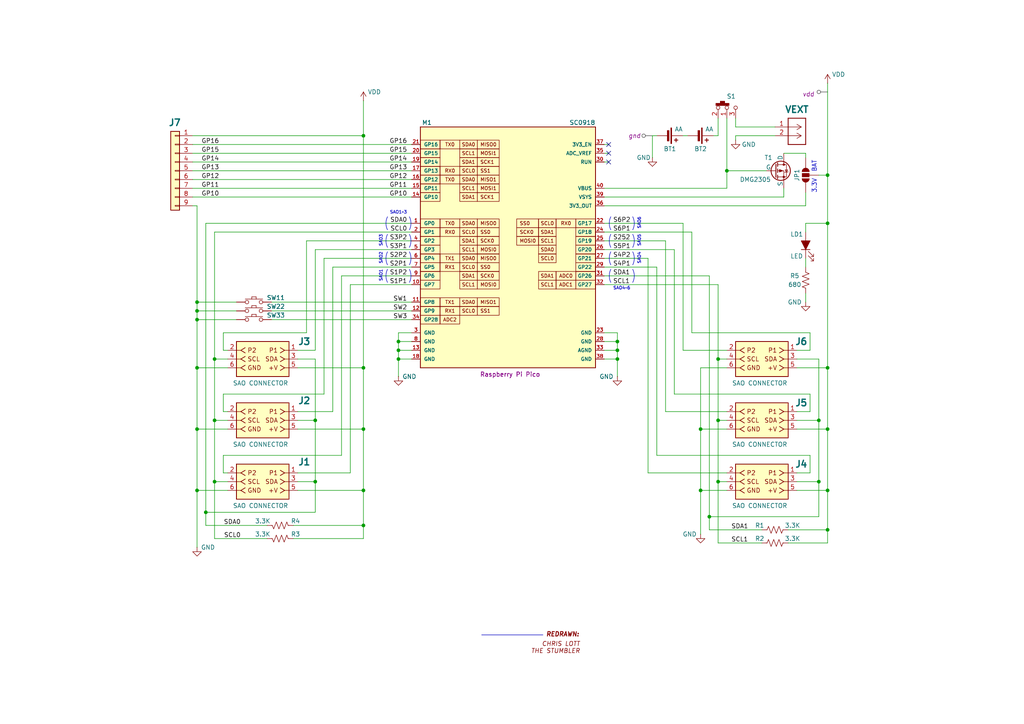
<source format=kicad_sch>
(kicad_sch (version 20231120) (generator "eeschema") (generator_version "8.0")
  (paper "A4")
  (title_block (title "SUPERCON 2024") (date "2024-10-30") (rev "A") (company "HACKADAY") (comment 1 "BADGE REDRAWN") (comment 2 "SCHEMATIC") (comment 3 "AS-IS") (comment 4 "EN") (comment 5 "5") (comment 6 "6") (comment 7 "7") (comment 8 "8") (comment 9 "9"))
  (lib_symbols
    (symbol ".badge24:Battery_Cell" (pin_numbers hide) (pin_names (offset 0) hide)
      (property "Reference" "BT" (at 2.54 2.54 0))
      (property "Value" "Battery_Cell" (at 2.54 0 0))
      (symbol "Battery_Cell_0_1"
        (rectangle (start -2.286 1.778) (end 2.286 1.524) (fill (type outline)))
        (rectangle (start -1.524 1.016) (end 1.524 0.508) (fill (type outline)))
        (polyline (pts (xy 0 0.762) (xy 0 0)))
        (polyline (pts (xy 0 1.778) (xy 0 2.54)))
        (polyline (pts (xy 0.762 3.048) (xy 1.778 3.048)) (stroke (width 0.254)))
        (polyline (pts (xy 1.27 3.556) (xy 1.27 2.54)) (stroke (width 0.254)))
      )
      (symbol "Battery_Cell_1_1"
        (pin passive line (at 0 5.08 270) (length 2.54) (name "+") (number "1"))
        (pin passive line (at 0 -2.54 90) (length 2.54) (name "-") (number "2"))
      )
    )
    (symbol ".badge24:Conn_01x09" (pin_names (offset 1.016) hide)
      (property "Reference" "J" (at 0 12.7 0))
      (property "Value" "Conn_01x09" (at 0 -12.7 0))
      (symbol "Conn_01x09_1_1"
        (rectangle (start -1.27 -10.033) (end 0 -10.287) (stroke (width 0.1524)))
        (rectangle (start -1.27 -7.493) (end 0 -7.747) (stroke (width 0.1524)))
        (rectangle (start -1.27 -4.953) (end 0 -5.207) (stroke (width 0.1524)))
        (rectangle (start -1.27 -2.413) (end 0 -2.667) (stroke (width 0.1524)))
        (rectangle (start -1.27 0.127) (end 0 -0.127) (stroke (width 0.1524)))
        (rectangle (start -1.27 2.667) (end 0 2.413) (stroke (width 0.1524)))
        (rectangle (start -1.27 5.207) (end 0 4.953) (stroke (width 0.1524)))
        (rectangle (start -1.27 7.747) (end 0 7.493) (stroke (width 0.1524)))
        (rectangle (start -1.27 10.287) (end 0 10.033) (stroke (width 0.1524)))
        (rectangle (start -1.27 11.43) (end 1.27 -11.43) (stroke (width 0.254)) (fill (type background)))
        (pin passive line (at -5.08 10.16 0) (length 3.81) (name "Pin_1") (number "1"))
        (pin passive line (at -5.08 7.62 0) (length 3.81) (name "Pin_2") (number "2"))
        (pin passive line (at -5.08 5.08 0) (length 3.81) (name "Pin_3") (number "3"))
        (pin passive line (at -5.08 2.54 0) (length 3.81) (name "Pin_4") (number "4"))
        (pin passive line (at -5.08 0 0) (length 3.81) (name "Pin_5") (number "5"))
        (pin passive line (at -5.08 -2.54 0) (length 3.81) (name "Pin_6") (number "6"))
        (pin passive line (at -5.08 -5.08 0) (length 3.81) (name "Pin_7") (number "7"))
        (pin passive line (at -5.08 -7.62 0) (length 3.81) (name "Pin_8") (number "8"))
        (pin passive line (at -5.08 -10.16 0) (length 3.81) (name "Pin_9") (number "9"))
      )
    )
    (symbol ".badge24:DMG2305" (pin_numbers hide) (pin_names (offset 0))
      (property "Reference" "Q" (at 5.08 1.905 0))
      (property "Value" "DMG2305" (at 5.08 0 0))
      (symbol "DMG2305_0_1"
        (polyline (pts (xy 0.254 0) (xy -1.27 0)))
        (polyline (pts (xy 0.254 1.905) (xy 0.254 -1.905)) (stroke (width 0.254)))
        (polyline (pts (xy 0.762 -1.27) (xy 0.762 -2.286)) (stroke (width 0.254)))
        (polyline (pts (xy 0.762 0.508) (xy 0.762 -0.508)) (stroke (width 0.254)))
        (polyline (pts (xy 0.762 2.286) (xy 0.762 1.27)) (stroke (width 0.254)))
        (polyline (pts (xy 2.54 2.54) (xy 2.54 1.778)))
        (polyline (pts (xy 2.54 -2.54) (xy 2.54 0) (xy 0.762 0)))
        (polyline (pts (xy 0.762 1.778) (xy 3.302 1.778) (xy 3.302 -1.778) (xy 0.762 -1.778)))
        (polyline (pts (xy 2.286 0) (xy 1.27 0.381) (xy 1.27 -0.381) (xy 2.286 0)) (fill (type outline)))
        (polyline (pts (xy 2.794 -0.508) (xy 2.921 -0.381) (xy 3.683 -0.381) (xy 3.81 -0.254)))
        (polyline (pts (xy 3.302 -0.381) (xy 2.921 0.254) (xy 3.683 0.254) (xy 3.302 -0.381)))
        (circle (center 1.651 0) (radius 2.794) (stroke (width 0.254)))
        (circle (center 2.54 -1.778) (radius 0.254) (fill (type outline)))
        (circle (center 2.54 1.778) (radius 0.254) (fill (type outline)))
      )
      (symbol "DMG2305_1_1"
        (pin input line (at -2.54 0 0) (length 1.27) (name "G") (number "1"))
        (pin passive line (at 2.54 -5.08 90) (length 2.54) (name "S") (number "2"))
        (pin passive line (at 2.54 5.08 270) (length 2.54) (name "D") (number "3"))
      )
    )
    (symbol ".badge24:GND" (power) (pin_numbers hide) (pin_names (offset 0) hide)
      (property "Value" "GND" (at 0 -3.81 0))
      (symbol "GND_0_1"
        (polyline (pts (xy 0 0) (xy 0 -1.27) (xy 1.27 -1.27) (xy 0 -2.54) (xy -1.27 -1.27) (xy 0 -1.27)))
      )
      (symbol "GND_1_1"
        (pin power_in line (at 0 0 270) (length 0) (name "~") (number "1"))
      )
    )
    (symbol ".badge24:IO_JACK_F2x03B_SAO" (pin_names (offset 1.016) hide)
      (property "Reference" "J" (at -5.715 8.255 0))
      (property "Value" "IO_JACK_F2x03B_SAO" (at 10.16 -3.81 0))
      (symbol "IO_JACK_F2x03B_SAO_1_1"
        (rectangle (start -7.62 7.62) (end 7.62 -2.54) (stroke (width 0.254)) (fill (type background)))
        (polyline (pts (xy -7.62 0) (xy -6.35 0)) (stroke (width 0.1524)))
        (polyline (pts (xy -7.62 2.54) (xy -6.35 2.54)) (stroke (width 0.1524)))
        (polyline (pts (xy -7.62 5.08) (xy -6.35 5.08)) (stroke (width 0.1524)))
        (polyline (pts (xy -6.35 0) (xy -5.08 -0.762)) (stroke (width 0.1524)))
        (polyline (pts (xy -6.35 0) (xy -5.08 -0.762)) (stroke (width 0.1524)))
        (polyline (pts (xy -6.35 0) (xy -5.08 0.762)) (stroke (width 0.1524)))
        (polyline (pts (xy -6.35 0) (xy -5.08 0.762)) (stroke (width 0.1524)))
        (polyline (pts (xy -6.35 2.54) (xy -5.08 1.778)) (stroke (width 0.1524)))
        (polyline (pts (xy -6.35 2.54) (xy -5.08 1.778)) (stroke (width 0.1524)))
        (polyline (pts (xy -6.35 2.54) (xy -5.08 3.302)) (stroke (width 0.1524)))
        (polyline (pts (xy -6.35 2.54) (xy -5.08 3.302)) (stroke (width 0.1524)))
        (polyline (pts (xy -6.35 5.08) (xy -5.08 4.318)) (stroke (width 0.1524)))
        (polyline (pts (xy -6.35 5.08) (xy -5.08 4.318)) (stroke (width 0.1524)))
        (polyline (pts (xy -6.35 5.08) (xy -5.08 5.842)) (stroke (width 0.1524)))
        (polyline (pts (xy -6.35 5.08) (xy -5.08 5.842)) (stroke (width 0.1524)))
        (polyline (pts (xy 6.35 0) (xy 5.08 -0.762)) (stroke (width 0.1524)))
        (polyline (pts (xy 6.35 0) (xy 5.08 -0.762)) (stroke (width 0.1524)))
        (polyline (pts (xy 6.35 0) (xy 5.08 0.762)) (stroke (width 0.1524)))
        (polyline (pts (xy 6.35 0) (xy 5.08 0.762)) (stroke (width 0.1524)))
        (polyline (pts (xy 6.35 2.54) (xy 5.08 1.778)) (stroke (width 0.1524)))
        (polyline (pts (xy 6.35 2.54) (xy 5.08 1.778)) (stroke (width 0.1524)))
        (polyline (pts (xy 6.35 2.54) (xy 5.08 3.302)) (stroke (width 0.1524)))
        (polyline (pts (xy 6.35 2.54) (xy 5.08 3.302)) (stroke (width 0.1524)))
        (polyline (pts (xy 6.35 5.08) (xy 5.08 4.318)) (stroke (width 0.1524)))
        (polyline (pts (xy 6.35 5.08) (xy 5.08 4.318)) (stroke (width 0.1524)))
        (polyline (pts (xy 6.35 5.08) (xy 5.08 5.842)) (stroke (width 0.1524)))
        (polyline (pts (xy 6.35 5.08) (xy 5.08 5.842)) (stroke (width 0.1524)))
        (polyline (pts (xy 7.62 0) (xy 6.35 0)) (stroke (width 0.1524)))
        (polyline (pts (xy 7.62 2.54) (xy 6.35 2.54)) (stroke (width 0.1524)))
        (polyline (pts (xy 7.62 5.08) (xy 6.35 5.08)) (stroke (width 0.1524)))
        (text "+V" (at -4.445 0 0) (effects (font (size 1.27 1.27)) (justify left)))
        (text "GND" (at 4.445 0 0) (effects (font (size 1.27 1.27)) (justify right)))
        (text "P1" (at -4.445 5.08 0) (effects (font (size 1.27 1.27)) (justify left)))
        (text "P2" (at 4.445 5.08 0) (effects (font (size 1.27 1.27)) (justify right)))
        (text "SCL" (at 4.445 2.54 0) (effects (font (size 1.27 1.27)) (justify right)))
        (text "SDA" (at -4.445 2.54 0) (effects (font (size 1.27 1.27)) (justify left)))
        (pin passive line (at -10.16 5.08 0) (length 2.54) (name "~") (number "1"))
        (pin passive line (at 10.16 5.08 180) (length 2.54) (name "~") (number "2"))
        (pin passive line (at -10.16 2.54 0) (length 2.54) (name "~") (number "3"))
        (pin passive line (at 10.16 2.54 180) (length 2.54) (name "~") (number "4"))
        (pin passive line (at -10.16 0 0) (length 2.54) (name "~") (number "5"))
        (pin passive line (at 10.16 0 180) (length 2.54) (name "~") (number "6"))
      )
    )
    (symbol ".badge24:IO_JACK_M02" (pin_names (offset 1.016) hide)
      (property "Reference" "J" (at 2.54 5.08 0))
      (property "Value" "IO_JACK_M02" (at 2.54 -5.08 0))
      (symbol "IO_JACK_M02_1_1"
        (polyline (pts (xy -2.54 -3.81) (xy 2.54 -3.81)) (stroke (width 0.254)))
        (polyline (pts (xy -2.54 -1.27) (xy 1.27 -1.27)) (stroke (width 0.1524)))
        (polyline (pts (xy -2.54 1.27) (xy 1.27 1.27)) (stroke (width 0.1524)))
        (polyline (pts (xy -2.54 3.81) (xy -2.54 -3.81)) (stroke (width 0.254)))
        (polyline (pts (xy -2.54 3.81) (xy 2.54 3.81)) (stroke (width 0.254)))
        (polyline (pts (xy 1.27 -1.27) (xy 0 -2.032)) (stroke (width 0.1524)))
        (polyline (pts (xy 1.27 -1.27) (xy 0 -0.508)) (stroke (width 0.1524)))
        (polyline (pts (xy 1.27 1.27) (xy 0 0.508)) (stroke (width 0.1524)))
        (polyline (pts (xy 1.27 1.27) (xy 0 2.032)) (stroke (width 0.1524)))
        (polyline (pts (xy 2.54 3.81) (xy 2.54 -3.81)) (stroke (width 0.254)))
        (pin passive line (at -6.35 1.27 0) (length 3.81) (name "Pin_1") (number "1"))
        (pin passive line (at -6.35 -1.27 0) (length 3.81) (name "Pin_2") (number "2"))
      )
    )
    (symbol ".badge24:LED" (pin_numbers hide) (pin_names (offset 1.016) hide)
      (property "Reference" "D" (at 0 2.54 0))
      (property "Value" "LED" (at 0 -2.54 0))
      (symbol "LED_0_1"
        (polyline (pts (xy -1.27 -1.27) (xy -1.27 1.27)) (stroke (width 0.2032)))
        (polyline (pts (xy -1.27 0) (xy 1.27 0)))
        (polyline (pts (xy 1.27 -1.27) (xy 1.27 1.27) (xy -1.27 0) (xy 1.27 -1.27)) (stroke (width 0.2032)) (fill (type outline)))
        (polyline (pts (xy -3.048 -0.762) (xy -4.572 -2.286) (xy -3.81 -2.286) (xy -4.572 -2.286) (xy -4.572 -1.524)))
        (polyline (pts (xy -1.778 -0.762) (xy -3.302 -2.286) (xy -2.54 -2.286) (xy -3.302 -2.286) (xy -3.302 -1.524)))
      )
      (symbol "LED_1_1"
        (pin passive line (at -3.81 0 0) (length 2.54) (name "K") (number "1"))
        (pin passive line (at 3.81 0 180) (length 2.54) (name "A") (number "2"))
      )
    )
    (symbol ".badge24:RES" (pin_numbers hide) (pin_names (offset 0))
      (property "Reference" "R" (at 2.54 0 90))
      (property "Value" "RES" (at -2.54 0 90))
      (symbol "RES_0_1"
        (polyline (pts (xy 0 -2.286) (xy 0 -2.54)))
        (polyline (pts (xy 0 2.286) (xy 0 2.54)))
        (polyline (pts (xy 0 -0.762) (xy 1.016 -1.143) (xy 0 -1.524) (xy -1.016 -1.905) (xy 0 -2.286)))
        (polyline (pts (xy 0 0.762) (xy 1.016 0.381) (xy 0 0) (xy -1.016 -0.381) (xy 0 -0.762)))
        (polyline (pts (xy 0 2.286) (xy 1.016 1.905) (xy 0 1.524) (xy -1.016 1.143) (xy 0 0.762)))
      )
      (symbol "RES_1_1"
        (pin passive line (at 0 3.81 270) (length 1.27) (name "~") (number "1"))
        (pin passive line (at 0 -3.81 90) (length 1.27) (name "~") (number "2"))
      )
    )
    (symbol ".badge24:SC0918" (pin_names (offset 1.016))
      (property "Reference" "A1" (at -24.13 55.88 0))
      (property "Value" "SC0918" (at 20.955 55.88 0))
      (property "Footprint" "Raspberry Pi:MODULE_SC0918" (at -1.27 59.69 0))
      (property "manufacturer" "Raspberry Pi Pico" (at -1.27 57.15 0))
      (symbol "SC0918_0_0"
        (text_box "ADC0" (at 13.97 12.7 0) (size 5.715 -2.54) (effects (font (size 1.016 1.016)) (justify left)))
        (text_box "ADC1" (at 13.97 10.16 0) (size 5.715 -2.54) (effects (font (size 1.016 1.016)) (justify left)))
        (text_box "ADC2" (at -13.97 0 0) (size -5.715 -2.54) (effects (font (size 1.016 1.016)) (justify left)))
        (text_box "MISO0" (at -8.89 17.78 0) (size 6.35 -2.54) (effects (font (size 1.016 1.016)) (justify left)))
        (text_box "MISO0" (at -8.89 27.94 0) (size 6.35 -2.54) (effects (font (size 1.016 1.016)) (justify left)))
        (text_box "MISO0" (at -2.54 50.8 0) (size -6.35 -2.54) (effects (font (size 1.016 1.016)) (justify left)))
        (text_box "MISO1" (at -8.89 5.08 0) (size 6.35 -2.54) (effects (font (size 1.016 1.016)) (justify left)))
        (text_box "MISO1" (at -8.89 38.1 0) (size 6.35 2.54) (effects (font (size 1.016 1.016)) (justify left)))
        (text_box "MOSI0" (at -8.89 10.16 0) (size 6.35 -2.54) (effects (font (size 1.016 1.016)) (justify left)))
        (text_box "MOSI0" (at -8.89 20.32 0) (size 6.35 -2.54) (effects (font (size 1.016 1.016)) (justify left)))
        (text_box "MOSI0" (at 2.54 22.86 0) (size 6.35 -2.54) (effects (font (size 1.016 1.016)) (justify left)))
        (text_box "MOSI1" (at -8.89 35.56 0) (size 6.35 2.54) (effects (font (size 1.016 1.016)) (justify left)))
        (text_box "MOSI1" (at -8.89 45.72 0) (size 6.35 2.54) (effects (font (size 1.016 1.016)) (justify left)))
        (text_box "RX0" (at -19.685 25.4 0) (size 5.715 -2.54) (effects (font (size 1.016 1.016))))
        (text_box "RX0" (at -19.685 40.64 0) (size 5.715 2.54) (effects (font (size 1.016 1.016))))
        (text_box "RX0" (at 13.97 27.94 0) (size 5.715 -2.54) (effects (font (size 1.016 1.016))))
        (text_box "RX1" (at -19.685 2.54 0) (size 5.715 -2.54) (effects (font (size 1.016 1.016))))
        (text_box "RX1" (at -19.685 15.24 0) (size 5.715 -2.54) (effects (font (size 1.016 1.016))))
        (text_box "SCK0" (at -8.89 12.7 0) (size 6.35 -2.54) (effects (font (size 1.016 1.016)) (justify left)))
        (text_box "SCK0" (at -8.89 22.86 0) (size 6.35 -2.54) (effects (font (size 1.016 1.016)) (justify left)))
        (text_box "SCK0" (at 2.54 25.4 0) (size 6.35 -2.54) (effects (font (size 1.016 1.016)) (justify left)))
        (text_box "SCK1" (at -8.89 33.02 0) (size 6.35 2.54) (effects (font (size 1.016 1.016)) (justify left)))
        (text_box "SCK1" (at -8.89 43.18 0) (size 6.35 2.54) (effects (font (size 1.016 1.016)) (justify left)))
        (text_box "SCL0" (at -13.97 2.54 0) (size 5.08 -2.54) (effects (font (size 1.016 1.016))))
        (text_box "SCL0" (at -13.97 15.24 0) (size 5.08 -2.54) (effects (font (size 1.016 1.016))))
        (text_box "SCL0" (at -13.97 25.4 0) (size 5.08 -2.54) (effects (font (size 1.016 1.016))))
        (text_box "SCL0" (at -13.97 40.64 0) (size 5.08 2.54) (effects (font (size 1.016 1.016))))
        (text_box "SCL0" (at 8.89 17.78 0) (size 5.08 -2.54) (effects (font (size 1.016 1.016))))
        (text_box "SCL0" (at 8.89 27.94 0) (size 5.08 -2.54) (effects (font (size 1.016 1.016))))
        (text_box "SCL1" (at -13.97 10.16 0) (size 5.08 -2.54) (effects (font (size 1.016 1.016))))
        (text_box "SCL1" (at -13.97 20.32 0) (size 5.08 -2.54) (effects (font (size 1.016 1.016))))
        (text_box "SCL1" (at -13.97 35.56 0) (size 5.08 2.54) (effects (font (size 1.016 1.016))))
        (text_box "SCL1" (at -13.97 45.72 0) (size 5.08 2.54) (effects (font (size 1.016 1.016))))
        (text_box "SCL1" (at 8.89 10.16 0) (size 5.08 -2.54) (effects (font (size 1.016 1.016))))
        (text_box "SCL1" (at 8.89 22.86 0) (size 5.08 -2.54) (effects (font (size 1.016 1.016))))
        (text_box "SDA0" (at -13.97 5.08 0) (size 5.08 -2.54) (effects (font (size 1.016 1.016))))
        (text_box "SDA0" (at -13.97 17.78 0) (size 5.08 -2.54) (effects (font (size 1.016 1.016))))
        (text_box "SDA0" (at -13.97 27.94 0) (size 5.08 -2.54) (effects (font (size 1.016 1.016))))
        (text_box "SDA0" (at -13.97 38.1 0) (size 5.08 2.54) (effects (font (size 1.016 1.016))))
        (text_box "SDA0" (at -8.89 50.8 0) (size -5.08 -2.54) (effects (font (size 1.016 1.016))))
        (text_box "SDA0" (at 8.89 20.32 0) (size 5.08 -2.54) (effects (font (size 1.016 1.016))))
        (text_box "SDA1" (at -13.97 12.7 0) (size 5.08 -2.54) (effects (font (size 1.016 1.016))))
        (text_box "SDA1" (at -13.97 22.86 0) (size 5.08 -2.54) (effects (font (size 1.016 1.016))))
        (text_box "SDA1" (at -13.97 33.02 0) (size 5.08 2.54) (effects (font (size 1.016 1.016))))
        (text_box "SDA1" (at -13.97 43.18 0) (size 5.08 2.54) (effects (font (size 1.016 1.016))))
        (text_box "SDA1" (at 8.89 12.7 0) (size 5.08 -2.54) (effects (font (size 1.016 1.016))))
        (text_box "SDA1" (at 8.89 25.4 0) (size 5.08 -2.54) (effects (font (size 1.016 1.016))))
        (text_box "SS0" (at -8.89 15.24 0) (size 6.35 -2.54) (effects (font (size 1.016 1.016)) (justify left)))
        (text_box "SS0" (at -8.89 25.4 0) (size 6.35 -2.54) (effects (font (size 1.016 1.016)) (justify left)))
        (text_box "SS0" (at 2.54 27.94 0) (size 6.35 -2.54) (effects (font (size 1.016 1.016)) (justify left)))
        (text_box "SS1" (at -8.89 2.54 0) (size 6.35 -2.54) (effects (font (size 1.016 1.016)) (justify left)))
        (text_box "SS1" (at -8.89 40.64 0) (size 6.35 2.54) (effects (font (size 1.016 1.016)) (justify left)))
        (text_box "TX0" (at -19.685 27.94 0) (size 5.715 -2.54) (effects (font (size 1.016 1.016))))
        (text_box "TX0" (at -19.685 38.1 0) (size 5.715 2.54) (effects (font (size 1.016 1.016))))
        (text_box "TX0" (at -13.97 50.8 0) (size -5.715 -2.54) (effects (font (size 1.016 1.016))))
        (text_box "TX1" (at -19.685 5.08 0) (size 5.715 -2.54) (effects (font (size 1.016 1.016))))
        (text_box "TX1" (at -19.685 17.78 0) (size 5.715 -2.54) (effects (font (size 1.016 1.016))))
        (pin bidirectional line (at -27.94 26.67 0) (length 2.54) (name "GP0") (number "1"))
        (pin bidirectional line (at -27.94 8.89 0) (length 2.54) (name "GP7") (number "10"))
        (pin bidirectional line (at -27.94 3.81 0) (length 2.54) (name "GP8") (number "11"))
        (pin bidirectional line (at -27.94 1.27 0) (length 2.54) (name "GP9") (number "12"))
        (pin power_in line (at -27.94 -10.16 0) (length 2.54) (name "GND") (number "13"))
        (pin bidirectional line (at -27.94 34.29 0) (length 2.54) (name "GP10") (number "14"))
        (pin bidirectional line (at -27.94 36.83 0) (length 2.54) (name "GP11") (number "15"))
        (pin bidirectional line (at -27.94 39.37 0) (length 2.54) (name "GP12") (number "16"))
        (pin bidirectional line (at -27.94 41.91 0) (length 2.54) (name "GP13") (number "17"))
        (pin power_in line (at -27.94 -12.7 0) (length 2.54) (name "GND") (number "18"))
        (pin bidirectional line (at -27.94 44.45 0) (length 2.54) (name "GP14") (number "19"))
        (pin bidirectional line (at -27.94 24.13 0) (length 2.54) (name "GP1") (number "2"))
        (pin bidirectional line (at -27.94 46.99 0) (length 2.54) (name "GP15") (number "20"))
        (pin bidirectional line (at -27.94 49.53 0) (length 2.54) (name "GP16") (number "21"))
        (pin bidirectional line (at 27.94 26.67 180) (length 2.54) (name "GP17") (number "22"))
        (pin power_in line (at 27.94 -5.08 180) (length 2.54) (name "GND") (number "23"))
        (pin bidirectional line (at 27.94 24.13 180) (length 2.54) (name "GP18") (number "24"))
        (pin bidirectional line (at 27.94 21.59 180) (length 2.54) (name "GP19") (number "25"))
        (pin bidirectional line (at 27.94 19.05 180) (length 2.54) (name "GP20") (number "26"))
        (pin bidirectional line (at 27.94 16.51 180) (length 2.54) (name "GP21") (number "27"))
        (pin power_in line (at 27.94 -7.62 180) (length 2.54) (name "GND") (number "28"))
        (pin bidirectional line (at 27.94 13.97 180) (length 2.54) (name "GP22") (number "29"))
        (pin power_in line (at -27.94 -5.08 0) (length 2.54) (name "GND") (number "3"))
        (pin input line (at 27.94 44.45 180) (length 2.54) (name "RUN") (number "30"))
        (pin bidirectional line (at 27.94 11.43 180) (length 2.54) (name "GP26") (number "31"))
        (pin bidirectional line (at 27.94 8.89 180) (length 2.54) (name "GP27") (number "32"))
        (pin power_in line (at 27.94 -10.16 180) (length 2.54) (name "AGND") (number "33"))
        (pin bidirectional line (at -27.94 -1.27 0) (length 2.54) (name "GP28") (number "34"))
        (pin power_in line (at 27.94 46.99 180) (length 2.54) (name "ADC_VREF") (number "35"))
        (pin power_in line (at 27.94 31.75 180) (length 2.54) (name "3V3_OUT") (number "36"))
        (pin input line (at 27.94 49.53 180) (length 2.54) (name "3V3_EN") (number "37"))
        (pin power_in line (at 27.94 -12.7 180) (length 2.54) (name "GND") (number "38"))
        (pin free line (at 27.94 34.29 180) (length 2.54) (name "VSYS") (number "39"))
        (pin bidirectional line (at -27.94 21.59 0) (length 2.54) (name "GP2") (number "4"))
        (pin free line (at 27.94 36.83 180) (length 2.54) (name "VBUS") (number "40"))
        (pin bidirectional line (at -27.94 19.05 0) (length 2.54) (name "GP3") (number "5"))
        (pin bidirectional line (at -27.94 16.51 0) (length 2.54) (name "GP4") (number "6"))
        (pin bidirectional line (at -27.94 13.97 0) (length 2.54) (name "GP5") (number "7"))
        (pin power_in line (at -27.94 -7.62 0) (length 2.54) (name "GND") (number "8"))
        (pin bidirectional line (at -27.94 11.43 0) (length 2.54) (name "GP6") (number "9"))
      )
      (symbol "SC0918_0_1"
        (rectangle (start -25.4 2.54) (end -19.685 0))
        (rectangle (start -25.4 5.08) (end -19.685 2.54))
        (rectangle (start -25.4 10.16) (end -19.685 7.62))
        (rectangle (start -25.4 12.7) (end -19.685 10.16))
        (rectangle (start -25.4 15.24) (end -19.685 12.7))
        (rectangle (start -25.4 17.78) (end -19.685 15.24))
        (rectangle (start -25.4 20.32) (end -19.685 17.78))
        (rectangle (start -25.4 22.86) (end -19.685 20.32))
        (rectangle (start -25.4 25.4) (end -19.685 22.86))
        (rectangle (start -25.4 27.94) (end -19.685 25.4))
        (rectangle (start -25.4 33.02) (end -19.685 35.56))
        (rectangle (start -25.4 35.56) (end -19.685 38.1))
        (rectangle (start -25.4 38.1) (end -19.685 40.64))
        (rectangle (start -25.4 40.64) (end -19.685 43.18))
        (rectangle (start -25.4 43.18) (end -19.685 45.72))
        (rectangle (start -25.4 45.72) (end -19.685 48.26))
        (rectangle (start -19.685 0) (end -25.4 -2.54))
        (rectangle (start -19.685 50.8) (end -25.4 48.26))
        (rectangle (start 19.685 10.16) (end 25.4 7.62))
        (rectangle (start 19.685 12.7) (end 25.4 10.16))
        (rectangle (start 19.685 15.24) (end 25.4 12.7))
        (rectangle (start 19.685 17.78) (end 25.4 15.24))
        (rectangle (start 19.685 20.32) (end 25.4 17.78))
        (rectangle (start 19.685 22.86) (end 25.4 20.32))
        (rectangle (start 19.685 25.4) (end 25.4 22.86))
        (rectangle (start 19.685 27.94) (end 25.4 25.4))
      )
      (symbol "SC0918_1_0"
        (rectangle (start -25.4 54.61) (end 25.4 -15.24) (stroke (width 0.254)) (fill (type background)))
      )
    )
    (symbol ".badge24:SW_Push" (pin_numbers hide) (pin_names (offset 1.016) hide)
      (property "Reference" "SW" (at 1.27 2.54 0))
      (property "Value" "SW_Push" (at 0 -1.524 0))
      (symbol "SW_Push_0_1"
        (circle (center -2.032 0) (radius 0.508))
        (polyline (pts (xy -0.635 0.889) (xy -0.635 1.524)))
        (polyline (pts (xy -0.635 1.524) (xy 0.635 1.524)))
        (polyline (pts (xy 0.635 0.889) (xy 0.635 1.524)))
        (polyline (pts (xy 2.54 0.889) (xy -2.54 0.889)))
        (circle (center 2.032 0) (radius 0.508))
        (pin passive line (at -5.08 0 0) (length 2.54) (name "1") (number "1"))
        (pin passive line (at 5.08 0 180) (length 2.54) (name "2") (number "2"))
      )
    )
    (symbol ".badge24:SW_Slide_SPDT_SMALL" (pin_names (offset 0) hide)
      (property "Reference" "SW" (at 0 4.318 0))
      (property "Value" "SW_Slide_SPDT_SMALL" (at -1.27 -5.08 0))
      (symbol "SW_Slide_SPDT_SMALL_0_0"
        (circle (center -2.032 -2.54) (radius 0.508))
        (circle (center -2.032 2.54) (radius 0.508))
      )
      (symbol "SW_Slide_SPDT_SMALL_0_1"
        (circle (center -2.032 0) (radius 0.508))
      )
      (symbol "SW_Slide_SPDT_SMALL_1_1"
        (rectangle (start -1.397 3.175) (end -0.762 -0.635) (fill (type outline)))
        (rectangle (start -0.762 1.905) (end -0.127 0.635) (fill (type outline)))
        (pin passive line (at -5.08 0 0) (length 2.54) (name "C") (number "1"))
        (pin passive line (at -5.08 2.54 0) (length 2.54) (name "A") (number "2"))
        (pin passive line (at -5.08 -2.54 0) (length 2.54) (name "B") (number "3"))
      )
    )
    (symbol ".badge24:SolderJumper_3_Open" (pin_numbers hide) (pin_names (offset 0) hide) (exclude_from_sim yes) (in_bom no)
      (property "Reference" "JP" (at -2.54 -2.54 0))
      (property "Value" "SolderJumper_3_Open" (at 0 2.794 0))
      (symbol "SolderJumper_3_Open_0_1"
        (arc (start -1.016 1.016) (mid -2.0276 0) (end -1.016 -1.016))
        (arc (start -1.016 1.016) (mid -2.0276 0) (end -1.016 -1.016) (fill (type outline)))
        (rectangle (start -0.508 1.016) (end 0.508 -1.016) (fill (type outline)))
        (polyline (pts (xy -2.54 0) (xy -2.032 0)))
        (polyline (pts (xy -1.016 1.016) (xy -1.016 -1.016)))
        (polyline (pts (xy 0 -1.27) (xy 0 -1.016)))
        (polyline (pts (xy 1.016 1.016) (xy 1.016 -1.016)))
        (polyline (pts (xy 2.54 0) (xy 2.032 0)))
        (arc (start 1.016 -1.016) (mid 2.0276 0) (end 1.016 1.016))
        (arc (start 1.016 -1.016) (mid 2.0276 0) (end 1.016 1.016) (fill (type outline)))
      )
      (symbol "SolderJumper_3_Open_1_1"
        (pin passive line (at -5.08 0 0) (length 2.54) (name "A") (number "1"))
        (pin passive line (at 0 -3.81 90) (length 2.54) (name "C") (number "2"))
        (pin passive line (at 5.08 0 180) (length 2.54) (name "B") (number "3"))
      )
    )
    (symbol ".badge24:VDD" (power) (pin_numbers hide) (pin_names (offset 0) hide)
      (property "Value" "VDD" (at 0 3.556 0))
      (symbol "VDD_0_1"
        (polyline (pts (xy -0.762 1.27) (xy 0 2.54)))
        (polyline (pts (xy 0 0) (xy 0 2.54)))
        (polyline (pts (xy 0 2.54) (xy 0.762 1.27)))
      )
      (symbol "VDD_1_1"
        (pin power_in line (at 0 0 90) (length 0) (name "~") (number "1"))
      )
    )
    (symbol "IO_JACK_F2x03B_SAO_1" (pin_names (offset 1.016) hide)
      (property "Reference" "J" (at -5.715 8.255 0))
      (property "Value" "IO_JACK_F2x03B_SAO" (at 10.16 -3.81 0))
      (symbol "IO_JACK_F2x03B_SAO_1_1_1"
        (rectangle (start -7.62 7.62) (end 7.62 -2.54) (stroke (width 0.254)) (fill (type background)))
        (polyline (pts (xy -7.62 0) (xy -6.35 0)) (stroke (width 0.1524)))
        (polyline (pts (xy -7.62 2.54) (xy -6.35 2.54)) (stroke (width 0.1524)))
        (polyline (pts (xy -7.62 5.08) (xy -6.35 5.08)) (stroke (width 0.1524)))
        (polyline (pts (xy -6.35 0) (xy -5.08 -0.762)) (stroke (width 0.1524)))
        (polyline (pts (xy -6.35 0) (xy -5.08 -0.762)) (stroke (width 0.1524)))
        (polyline (pts (xy -6.35 0) (xy -5.08 0.762)) (stroke (width 0.1524)))
        (polyline (pts (xy -6.35 0) (xy -5.08 0.762)) (stroke (width 0.1524)))
        (polyline (pts (xy -6.35 2.54) (xy -5.08 1.778)) (stroke (width 0.1524)))
        (polyline (pts (xy -6.35 2.54) (xy -5.08 1.778)) (stroke (width 0.1524)))
        (polyline (pts (xy -6.35 2.54) (xy -5.08 3.302)) (stroke (width 0.1524)))
        (polyline (pts (xy -6.35 2.54) (xy -5.08 3.302)) (stroke (width 0.1524)))
        (polyline (pts (xy -6.35 5.08) (xy -5.08 4.318)) (stroke (width 0.1524)))
        (polyline (pts (xy -6.35 5.08) (xy -5.08 4.318)) (stroke (width 0.1524)))
        (polyline (pts (xy -6.35 5.08) (xy -5.08 5.842)) (stroke (width 0.1524)))
        (polyline (pts (xy -6.35 5.08) (xy -5.08 5.842)) (stroke (width 0.1524)))
        (polyline (pts (xy 6.35 0) (xy 5.08 -0.762)) (stroke (width 0.1524)))
        (polyline (pts (xy 6.35 0) (xy 5.08 -0.762)) (stroke (width 0.1524)))
        (polyline (pts (xy 6.35 0) (xy 5.08 0.762)) (stroke (width 0.1524)))
        (polyline (pts (xy 6.35 0) (xy 5.08 0.762)) (stroke (width 0.1524)))
        (polyline (pts (xy 6.35 2.54) (xy 5.08 1.778)) (stroke (width 0.1524)))
        (polyline (pts (xy 6.35 2.54) (xy 5.08 1.778)) (stroke (width 0.1524)))
        (polyline (pts (xy 6.35 2.54) (xy 5.08 3.302)) (stroke (width 0.1524)))
        (polyline (pts (xy 6.35 2.54) (xy 5.08 3.302)) (stroke (width 0.1524)))
        (polyline (pts (xy 6.35 5.08) (xy 5.08 4.318)) (stroke (width 0.1524)))
        (polyline (pts (xy 6.35 5.08) (xy 5.08 4.318)) (stroke (width 0.1524)))
        (polyline (pts (xy 6.35 5.08) (xy 5.08 5.842)) (stroke (width 0.1524)))
        (polyline (pts (xy 6.35 5.08) (xy 5.08 5.842)) (stroke (width 0.1524)))
        (polyline (pts (xy 7.62 0) (xy 6.35 0)) (stroke (width 0.1524)))
        (polyline (pts (xy 7.62 2.54) (xy 6.35 2.54)) (stroke (width 0.1524)))
        (polyline (pts (xy 7.62 5.08) (xy 6.35 5.08)) (stroke (width 0.1524)))
        (text "+V" (at -4.445 0 0) (effects (font (size 1.27 1.27)) (justify left)))
        (text "GND" (at 4.445 0 0) (effects (font (size 1.27 1.27)) (justify right)))
        (text "P1" (at -4.445 5.08 0) (effects (font (size 1.27 1.27)) (justify left)))
        (text "P2" (at 4.445 5.08 0) (effects (font (size 1.27 1.27)) (justify right)))
        (text "SCL" (at 4.445 2.54 0) (effects (font (size 1.27 1.27)) (justify right)))
        (text "SDA" (at -4.445 2.54 0) (effects (font (size 1.27 1.27)) (justify left)))
        (pin passive line (at -10.16 5.08 0) (length 2.54) (name "~") (number "1"))
        (pin passive line (at 10.16 5.08 180) (length 2.54) (name "~") (number "2"))
        (pin passive line (at -10.16 2.54 0) (length 2.54) (name "~") (number "3"))
        (pin passive line (at 10.16 2.54 180) (length 2.54) (name "~") (number "4"))
        (pin passive line (at -10.16 0 0) (length 2.54) (name "~") (number "5"))
        (pin passive line (at 10.16 0 180) (length 2.54) (name "~") (number "6"))
      )
    )
  )
  (junction (at 179.07 104.14))
  (junction (at 91.44 139.7))
  (junction (at 115.57 99.06))
  (junction (at 105.41 152.4))
  (junction (at 203.2 124.46))
  (junction (at 57.15 124.46))
  (junction (at 210.82 49.53))
  (junction (at 240.03 124.46))
  (junction (at 179.07 101.6))
  (junction (at 105.41 39.37))
  (junction (at 57.15 87.63))
  (junction (at 237.49 121.92))
  (junction (at 105.41 106.68))
  (junction (at 59.69 148.59))
  (junction (at 208.28 139.7))
  (junction (at 240.03 64.77))
  (junction (at 208.28 104.14))
  (junction (at 62.23 139.7))
  (junction (at 62.23 121.92))
  (junction (at 57.15 106.68))
  (junction (at 240.03 106.68))
  (junction (at 208.28 121.92))
  (junction (at 115.57 104.14))
  (junction (at 57.15 90.17))
  (junction (at 240.03 50.8))
  (junction (at 105.41 142.24))
  (junction (at 203.2 142.24))
  (junction (at 115.57 101.6))
  (junction (at 91.44 121.92))
  (junction (at 237.49 139.7))
  (junction (at 205.74 149.86))
  (junction (at 57.15 142.24))
  (junction (at 105.41 124.46))
  (junction (at 57.15 92.71))
  (junction (at 240.03 142.24))
  (junction (at 179.07 99.06))
  (junction (at 62.23 104.14))
  (junction (at 240.03 153.67))
  (no_connect (at 176.53 46.99))
  (no_connect (at 176.53 44.45))
  (no_connect (at 176.53 41.91))
  (wire (pts (xy 179.07 96.52) (xy 179.07 99.06)))
  (wire (pts (xy 233.68 55.88) (xy 233.68 59.69)))
  (wire (pts (xy 203.2 124.46) (xy 210.82 124.46)))
  (wire (pts (xy 198.12 64.77) (xy 198.12 101.6)))
  (wire (pts (xy 224.79 39.37) (xy 213.36 39.37)))
  (wire (pts (xy 91.44 121.92) (xy 91.44 104.14)))
  (wire (pts (xy 105.41 156.21) (xy 105.41 152.4)))
  (wire (pts (xy 55.88 46.99) (xy 119.38 46.99)))
  (wire (pts (xy 199.39 39.37) (xy 198.12 39.37)))
  (wire (pts (xy 59.69 64.77) (xy 59.69 148.59)))
  (wire (pts (xy 115.57 101.6) (xy 115.57 104.14)))
  (wire (pts (xy 231.14 101.6) (xy 234.95 101.6)))
  (wire (pts (xy 62.23 156.21) (xy 77.47 156.21)))
  (wire (pts (xy 237.49 139.7) (xy 237.49 121.92)))
  (wire (pts (xy 208.28 104.14) (xy 208.28 121.92)))
  (wire (pts (xy 231.14 139.7) (xy 237.49 139.7)))
  (wire (pts (xy 175.26 104.14) (xy 179.07 104.14)))
  (wire (pts (xy 175.26 99.06) (xy 179.07 99.06)))
  (wire (pts (xy 99.06 80.01) (xy 119.38 80.01)))
  (wire (pts (xy 86.36 121.92) (xy 91.44 121.92)))
  (wire (pts (xy 228.6 153.67) (xy 240.03 153.67)))
  (wire (pts (xy 210.82 104.14) (xy 208.28 104.14)))
  (wire (pts (xy 175.26 64.77) (xy 198.12 64.77)))
  (wire (pts (xy 105.41 29.21) (xy 105.41 39.37)))
  (wire (pts (xy 175.26 80.01) (xy 205.74 80.01)))
  (wire (pts (xy 66.04 101.6) (xy 64.77 101.6)))
  (wire (pts (xy 115.57 99.06) (xy 119.38 99.06)))
  (wire (pts (xy 231.14 142.24) (xy 240.03 142.24)))
  (wire (pts (xy 66.04 119.38) (xy 64.77 119.38)))
  (wire (pts (xy 55.88 41.91) (xy 119.38 41.91)))
  (wire (pts (xy 78.74 87.63) (xy 119.38 87.63)))
  (wire (pts (xy 240.03 124.46) (xy 240.03 106.68)))
  (wire (pts (xy 234.95 132.08) (xy 190.5 132.08)))
  (wire (pts (xy 210.82 34.29) (xy 210.82 49.53)))
  (wire (pts (xy 240.03 64.77) (xy 233.68 64.77)))
  (wire (pts (xy 175.26 54.61) (xy 210.82 54.61)))
  (wire (pts (xy 195.58 114.3) (xy 234.95 114.3)))
  (wire (pts (xy 78.74 92.71) (xy 119.38 92.71)))
  (wire (pts (xy 59.69 152.4) (xy 77.47 152.4)))
  (wire (pts (xy 208.28 157.48) (xy 220.98 157.48)))
  (wire (pts (xy 233.68 44.45) (xy 233.68 45.72)))
  (wire (pts (xy 115.57 101.6) (xy 119.38 101.6)))
  (wire (pts (xy 213.36 36.83) (xy 213.36 34.29)))
  (wire (pts (xy 96.52 77.47) (xy 119.38 77.47)))
  (wire (pts (xy 105.41 124.46) (xy 105.41 106.68)))
  (wire (pts (xy 86.36 119.38) (xy 96.52 119.38)))
  (wire (pts (xy 240.03 157.48) (xy 240.03 153.67)))
  (wire (pts (xy 240.03 50.8) (xy 240.03 64.77)))
  (wire (pts (xy 227.33 44.45) (xy 233.68 44.45)))
  (polyline (pts (xy 139.7 184.15) (xy 157.48 184.15)))
  (wire (pts (xy 57.15 92.71) (xy 68.58 92.71)))
  (wire (pts (xy 240.03 64.77) (xy 240.03 106.68)))
  (wire (pts (xy 210.82 121.92) (xy 208.28 121.92)))
  (wire (pts (xy 176.53 41.91) (xy 175.26 41.91)))
  (wire (pts (xy 57.15 92.71) (xy 57.15 106.68)))
  (wire (pts (xy 227.33 54.61) (xy 227.33 57.15)))
  (wire (pts (xy 231.14 106.68) (xy 240.03 106.68)))
  (wire (pts (xy 175.26 82.55) (xy 208.28 82.55)))
  (wire (pts (xy 66.04 142.24) (xy 57.15 142.24)))
  (wire (pts (xy 62.23 139.7) (xy 62.23 156.21)))
  (wire (pts (xy 55.88 59.69) (xy 57.15 59.69)))
  (wire (pts (xy 66.04 104.14) (xy 62.23 104.14)))
  (wire (pts (xy 57.15 90.17) (xy 57.15 92.71)))
  (wire (pts (xy 93.98 74.93) (xy 119.38 74.93)))
  (wire (pts (xy 91.44 72.39) (xy 119.38 72.39)))
  (wire (pts (xy 231.14 104.14) (xy 237.49 104.14)))
  (wire (pts (xy 62.23 67.31) (xy 119.38 67.31)))
  (wire (pts (xy 55.88 44.45) (xy 119.38 44.45)))
  (wire (pts (xy 198.12 101.6) (xy 210.82 101.6)))
  (wire (pts (xy 115.57 104.14) (xy 115.57 109.22)))
  (wire (pts (xy 86.36 142.24) (xy 105.41 142.24)))
  (wire (pts (xy 195.58 114.3) (xy 195.58 72.39)))
  (wire (pts (xy 91.44 139.7) (xy 91.44 121.92)))
  (wire (pts (xy 231.14 119.38) (xy 234.95 119.38)))
  (wire (pts (xy 237.49 50.8) (xy 240.03 50.8)))
  (wire (pts (xy 62.23 121.92) (xy 62.23 139.7)))
  (wire (pts (xy 64.77 96.52) (xy 88.9 96.52)))
  (wire (pts (xy 228.6 157.48) (xy 240.03 157.48)))
  (wire (pts (xy 86.36 124.46) (xy 105.41 124.46)))
  (wire (pts (xy 57.15 142.24) (xy 57.15 158.75)))
  (wire (pts (xy 88.9 69.85) (xy 88.9 96.52)))
  (wire (pts (xy 57.15 59.69) (xy 57.15 87.63)))
  (wire (pts (xy 57.15 142.24) (xy 57.15 124.46)))
  (wire (pts (xy 64.77 132.08) (xy 99.06 132.08)))
  (wire (pts (xy 175.26 57.15) (xy 227.33 57.15)))
  (wire (pts (xy 101.6 82.55) (xy 119.38 82.55)))
  (wire (pts (xy 210.82 139.7) (xy 208.28 139.7)))
  (wire (pts (xy 210.82 49.53) (xy 210.82 54.61)))
  (wire (pts (xy 231.14 124.46) (xy 240.03 124.46)))
  (wire (pts (xy 91.44 72.39) (xy 91.44 101.6)))
  (wire (pts (xy 205.74 153.67) (xy 205.74 149.86)))
  (wire (pts (xy 62.23 139.7) (xy 66.04 139.7)))
  (wire (pts (xy 224.79 36.83) (xy 213.36 36.83)))
  (wire (pts (xy 179.07 101.6) (xy 179.07 104.14)))
  (wire (pts (xy 66.04 137.16) (xy 64.77 137.16)))
  (wire (pts (xy 85.09 156.21) (xy 105.41 156.21)))
  (wire (pts (xy 234.95 119.38) (xy 234.95 114.3)))
  (wire (pts (xy 55.88 54.61) (xy 119.38 54.61)))
  (wire (pts (xy 175.26 67.31) (xy 200.66 67.31)))
  (wire (pts (xy 55.88 52.07) (xy 119.38 52.07)))
  (wire (pts (xy 234.95 137.16) (xy 234.95 132.08)))
  (wire (pts (xy 64.77 114.3) (xy 93.98 114.3)))
  (wire (pts (xy 175.26 101.6) (xy 179.07 101.6)))
  (wire (pts (xy 175.26 59.69) (xy 233.68 59.69)))
  (wire (pts (xy 119.38 69.85) (xy 88.9 69.85)))
  (wire (pts (xy 193.04 69.85) (xy 193.04 119.38)))
  (wire (pts (xy 99.06 132.08) (xy 99.06 80.01)))
  (wire (pts (xy 64.77 101.6) (xy 64.77 96.52)))
  (wire (pts (xy 86.36 101.6) (xy 91.44 101.6)))
  (wire (pts (xy 203.2 106.68) (xy 203.2 124.46)))
  (wire (pts (xy 115.57 104.14) (xy 119.38 104.14)))
  (wire (pts (xy 55.88 57.15) (xy 119.38 57.15)))
  (wire (pts (xy 96.52 119.38) (xy 96.52 77.47)))
  (wire (pts (xy 78.74 90.17) (xy 119.38 90.17)))
  (wire (pts (xy 200.66 96.52) (xy 234.95 96.52)))
  (wire (pts (xy 62.23 121.92) (xy 66.04 121.92)))
  (wire (pts (xy 62.23 104.14) (xy 62.23 121.92)))
  (wire (pts (xy 91.44 148.59) (xy 59.69 148.59)))
  (wire (pts (xy 57.15 124.46) (xy 66.04 124.46)))
  (wire (pts (xy 115.57 99.06) (xy 115.57 101.6)))
  (wire (pts (xy 190.5 132.08) (xy 190.5 77.47)))
  (wire (pts (xy 59.69 64.77) (xy 119.38 64.77)))
  (wire (pts (xy 115.57 96.52) (xy 115.57 99.06)))
  (wire (pts (xy 105.41 152.4) (xy 105.41 142.24)))
  (wire (pts (xy 57.15 90.17) (xy 68.58 90.17)))
  (wire (pts (xy 175.26 74.93) (xy 187.96 74.93)))
  (wire (pts (xy 175.26 77.47) (xy 190.5 77.47)))
  (wire (pts (xy 233.68 74.93) (xy 233.68 77.47)))
  (wire (pts (xy 200.66 67.31) (xy 200.66 96.52)))
  (wire (pts (xy 231.14 121.92) (xy 237.49 121.92)))
  (wire (pts (xy 187.96 137.16) (xy 210.82 137.16)))
  (wire (pts (xy 193.04 119.38) (xy 210.82 119.38)))
  (wire (pts (xy 86.36 137.16) (xy 101.6 137.16)))
  (wire (pts (xy 240.03 24.13) (xy 240.03 50.8)))
  (wire (pts (xy 105.41 142.24) (xy 105.41 124.46)))
  (wire (pts (xy 210.82 49.53) (xy 222.25 49.53)))
  (wire (pts (xy 237.49 121.92) (xy 237.49 104.14)))
  (wire (pts (xy 57.15 87.63) (xy 68.58 87.63)))
  (wire (pts (xy 179.07 99.06) (xy 179.07 101.6)))
  (wire (pts (xy 208.28 139.7) (xy 208.28 121.92)))
  (wire (pts (xy 66.04 106.68) (xy 57.15 106.68)))
  (wire (pts (xy 176.53 44.45) (xy 175.26 44.45)))
  (wire (pts (xy 203.2 124.46) (xy 203.2 142.24)))
  (wire (pts (xy 205.74 80.01) (xy 205.74 149.86)))
  (wire (pts (xy 59.69 148.59) (xy 59.69 152.4)))
  (wire (pts (xy 86.36 139.7) (xy 91.44 139.7)))
  (wire (pts (xy 234.95 101.6) (xy 234.95 96.52)))
  (wire (pts (xy 203.2 142.24) (xy 203.2 154.94)))
  (wire (pts (xy 175.26 46.99) (xy 176.53 46.99)))
  (wire (pts (xy 208.28 104.14) (xy 208.28 82.55)))
  (wire (pts (xy 233.68 85.09) (xy 233.68 87.63)))
  (wire (pts (xy 237.49 139.7) (xy 237.49 149.86)))
  (wire (pts (xy 175.26 69.85) (xy 193.04 69.85)))
  (wire (pts (xy 105.41 106.68) (xy 105.41 39.37)))
  (wire (pts (xy 189.23 39.37) (xy 189.23 45.72)))
  (wire (pts (xy 91.44 139.7) (xy 91.44 148.59)))
  (wire (pts (xy 210.82 106.68) (xy 203.2 106.68)))
  (wire (pts (xy 205.74 149.86) (xy 237.49 149.86)))
  (wire (pts (xy 231.14 137.16) (xy 234.95 137.16)))
  (wire (pts (xy 240.03 142.24) (xy 240.03 153.67)))
  (wire (pts (xy 179.07 104.14) (xy 179.07 109.22)))
  (wire (pts (xy 208.28 34.29) (xy 208.28 39.37)))
  (wire (pts (xy 86.36 104.14) (xy 91.44 104.14)))
  (wire (pts (xy 86.36 106.68) (xy 105.41 106.68)))
  (wire (pts (xy 57.15 124.46) (xy 57.15 106.68)))
  (wire (pts (xy 220.98 153.67) (xy 205.74 153.67)))
  (wire (pts (xy 55.88 49.53) (xy 119.38 49.53)))
  (wire (pts (xy 203.2 142.24) (xy 210.82 142.24)))
  (wire (pts (xy 175.26 96.52) (xy 179.07 96.52)))
  (wire (pts (xy 64.77 119.38) (xy 64.77 114.3)))
  (wire (pts (xy 55.88 39.37) (xy 105.41 39.37)))
  (wire (pts (xy 115.57 96.52) (xy 119.38 96.52)))
  (wire (pts (xy 233.68 67.31) (xy 233.68 64.77)))
  (wire (pts (xy 64.77 137.16) (xy 64.77 132.08)))
  (wire (pts (xy 208.28 139.7) (xy 208.28 157.48)))
  (wire (pts (xy 207.01 39.37) (xy 208.28 39.37)))
  (wire (pts (xy 175.26 72.39) (xy 195.58 72.39)))
  (wire (pts (xy 187.96 74.93) (xy 187.96 137.16)))
  (wire (pts (xy 62.23 67.31) (xy 62.23 104.14)))
  (wire (pts (xy 240.03 142.24) (xy 240.03 124.46)))
  (wire (pts (xy 101.6 82.55) (xy 101.6 137.16)))
  (wire (pts (xy 213.36 39.37) (xy 213.36 40.64)))
  (wire (pts (xy 190.5 39.37) (xy 189.23 39.37)))
  (wire (pts (xy 93.98 114.3) (xy 93.98 74.93)))
  (wire (pts (xy 85.09 152.4) (xy 105.41 152.4)))
  (wire (pts (xy 57.15 87.63) (xy 57.15 90.17)))
  (arc (start 112.395 71.755) (mid 111.9458 69.85) (end 112.395 67.945))
  (arc (start 183.515 67.945) (mid 183.9642 69.85) (end 183.515 71.755))
  (arc (start 112.395 66.675) (mid 111.9458 64.77) (end 112.395 62.865))
  (arc (start 112.395 81.915) (mid 111.9458 80.01) (end 112.395 78.105))
  (arc (start 177.165 81.915) (mid 176.7158 80.01) (end 177.165 78.105))
  (arc (start 118.745 73.025) (mid 119.1942 74.93) (end 118.745 76.835))
  (arc (start 183.515 73.025) (mid 183.9642 74.93) (end 183.515 76.835))
  (arc (start 118.745 78.105) (mid 119.1942 80.01) (end 118.745 81.915))
  (arc (start 183.515 78.105) (mid 183.9642 80.01) (end 183.515 81.915))
  (arc (start 183.515 62.865) (mid 183.9642 64.77) (end 183.515 66.675))
  (arc (start 177.165 66.675) (mid 176.7158 64.77) (end 177.165 62.865))
  (arc (start 177.165 71.755) (mid 176.7158 69.85) (end 177.165 67.945))
  (arc (start 118.745 67.945) (mid 119.1942 69.85) (end 118.745 71.755))
  (arc (start 112.395 76.835) (mid 111.9458 74.93) (end 112.395 73.025))
  (arc (start 177.165 76.835) (mid 176.7158 74.93) (end 177.165 73.025))
  (arc (start 118.745 62.865) (mid 119.1942 64.77) (end 118.745 66.675))
  (text "SAO4" (at 185.42 74.93 90) (effects (font (size 0.889 0.889))))
  (text "REDRAWN:" (at 163.195 184.15 0) (effects (font (size 1.27 1.27) (thickness 0.254) (bold yes) (italic yes))))
  (text "SAO5" (at 185.42 69.85 90) (effects (font (size 0.889 0.889))))
  (text "SAO1" (at 110.49 80.01 90) (effects (font (size 0.889 0.889))))
  (text "BAT" (at 236.22 48.26 90) (effects (font (size 1.27 1.27))))
  (text "SAO6" (at 185.42 64.77 90) (effects (font (size 0.889 0.889))))
  (text "SAO3" (at 110.49 69.85 90) (effects (font (size 0.889 0.889))))
  (text "SAO4~6" (at 180.34 83.185 0) (effects (font (size 0.889 0.889)) (justify top)))
  (text "3.3V" (at 236.22 53.975 90) (effects (font (size 1.27 1.27))))
  (text "CHRIS LOTT\nTHE STUMBLER" (at 168.275 187.96 0) (effects (font (size 1.27 1.27) (italic yes)) (justify right)))
  (text "SAO2" (at 110.49 74.93 90) (effects (font (size 0.889 0.889))))
  (text "SAO1~3" (at 115.57 62.23 0) (effects (font (size 0.889 0.889)) (justify bottom)))
  (label "S252" (at 177.8 69.85 0))
  (label "GP16" (at 118.11 41.91 180))
  (label "S5P1" (at 177.8 72.39 0))
  (label "GP15" (at 118.11 44.45 180))
  (label "S6P1" (at 177.8 67.31 0))
  (label "SCL1" (at 212.09 157.48 0))
  (label "S4P2" (at 177.8 74.93 0))
  (label "SW3" (at 118.11 92.71 180))
  (label "GP10" (at 58.42 57.15 0))
  (label "GP11" (at 118.11 54.61 180))
  (label "S4P1" (at 177.8 77.47 0))
  (label "SCL0" (at 69.85 156.21 180))
  (label "S1P2" (at 118.11 80.01 180))
  (label "GP16" (at 58.42 41.91 0))
  (label "SCL0" (at 118.11 67.31 180))
  (label "GP13" (at 58.42 49.53 0))
  (label "S1P1" (at 118.11 82.55 180))
  (label "SCL1" (at 177.8 82.55 0))
  (label "SDA0" (at 69.85 152.4 180))
  (label "GP12" (at 58.42 52.07 0))
  (label "SDA1" (at 212.09 153.67 0))
  (label "S6P2" (at 177.8 64.77 0))
  (label "GP12" (at 118.11 52.07 180))
  (label "GP11" (at 58.42 54.61 0))
  (label "GP14" (at 58.42 46.99 0))
  (label "S2P1" (at 118.11 77.47 180))
  (label "SW2" (at 118.11 90.17 180))
  (label "S2P2" (at 118.11 74.93 180))
  (label "S3P1" (at 118.11 72.39 180))
  (label "SDA1" (at 177.8 80.01 0))
  (label "GP13" (at 118.11 49.53 180))
  (label "GP15" (at 58.42 44.45 0))
  (label "SDA0" (at 118.11 64.77 180))
  (label "S3P2" (at 118.11 69.85 180))
  (label "SW1" (at 118.11 87.63 180))
  (label "GP14" (at 118.11 46.99 180))
  (label "GP10" (at 118.11 57.15 180))
  (netclass_flag "" (length 2.54) (shape round) (at 189.23 39.37 90) (property "Netclass" "gnd" (at 182.245 39.37 0) (effects (font (italic yes)) (justify left))))
  (netclass_flag "" (length 2.54) (shape round) (at 240.03 26.67 90) (property "Netclass" "vdd" (at 236.22 27.305 0) (effects (font (italic yes)) (justify right))))
  (symbol (lib_id ".badge24:GND") (at 57.15 158.75 0) (unit 1)
    (property "Reference" "#PWR01" (effects (hide yes)))
    (property "Value" "GND" (at 60.325 158.75 0))
    (property "Description" "Power symbol creates a global label with name \"GND\" , ground" (effects (hide yes)))
  )
  (symbol (lib_id ".badge24:RES") (at 233.68 81.28 0) (unit 1)
    (property "Reference" "R5" (at 230.505 80.01 0) (effects (font (thickness 0.1588))))
    (property "Value" "680" (at 230.505 82.55 0))
    (property "Footprint" ".badge24:R_0603_1608Metric_SAO" (effects (hide yes)))
  )
  (symbol (lib_id ".badge24:GND") (at 115.57 109.22 0) (unit 1)
    (property "Reference" "#PWR010" (effects (hide yes)))
    (property "Value" "GND" (at 118.745 109.22 0))
    (property "Description" "Power symbol creates a global label with name \"GND\" , ground" (effects (hide yes)))
  )
  (symbol (lib_id ".badge24:GND") (at 233.68 87.63 0) (mirror y) (unit 1)
    (property "Reference" "#PWR05" (effects (hide yes)))
    (property "Value" "GND" (at 230.505 87.63 0))
    (property "Description" "Power symbol creates a global label with name \"GND\" , ground" (effects (hide yes)))
  )
  (symbol (lib_id ".badge24:IO_JACK_F2x03B_SAO") (at 76.2 124.46 0) (mirror y) (unit 1)
    (property "Reference" "J2" (at 88.265 116.205 0) (effects (font (size 1.905 1.905) (thickness 0.381) (bold yes))))
    (property "Value" "SAO CONNECTOR" (at 75.565 128.905 0))
    (property "Footprint" ".badge24:SAO_PIN_HEADER_2x03" (effects (hide yes)))
  )
  (symbol (lib_id ".badge24:Battery_Cell") (at 193.04 39.37 270) (unit 1)
    (property "Reference" "BT1" (at 194.31 43.18 90) (effects (font (thickness 0.1588))))
    (property "Value" "AA" (at 196.85 37.465 90))
    (property "Footprint" ".badge24:BatteryHolder_Keystone_2460_1xAA_SAO" (effects (hide yes)))
    (property "Description" "Single-cell battery" (effects (hide yes)))
  )
  (symbol (lib_id ".badge24:Battery_Cell") (at 201.93 39.37 270) (unit 1)
    (property "Reference" "BT2" (at 203.2 43.18 90) (effects (font (thickness 0.1588))))
    (property "Value" "AA" (at 205.74 37.465 90))
    (property "Footprint" ".badge24:BatteryHolder_Keystone_2460_1xAA_SAO" (effects (hide yes)))
    (property "Description" "Single-cell battery" (effects (hide yes)))
  )
  (symbol (lib_id ".badge24:LED") (at 233.68 71.12 90) (unit 1)
    (property "Reference" "LD1" (at 229.235 67.945 90) (effects (font (thickness 0.1588)) (justify right)))
    (property "Value" "LED" (at 229.235 74.295 90) (effects (justify right)))
    (property "Footprint" ".badge24:LED_0805_2012Metric" (effects (hide yes)))
  )
  (symbol (lib_id ".badge24:GND") (at 179.07 109.22 0) (mirror y) (unit 1)
    (property "Reference" "#PWR06" (effects (hide yes)))
    (property "Value" "GND" (at 175.895 109.22 0))
    (property "Description" "Power symbol creates a global label with name \"GND\" , ground" (effects (hide yes)))
  )
  (symbol (lib_id ".badge24:GND") (at 189.23 45.72 0) (mirror y) (unit 1)
    (property "Reference" "#PWR09" (effects (hide yes)))
    (property "Value" "GND" (at 186.69 45.72 0))
    (property "Description" "Power symbol creates a global label with name \"GND\" , ground" (effects (hide yes)))
  )
  (symbol (lib_id ".badge24:IO_JACK_F2x03B_SAO") (at 220.98 142.24 0) (mirror y) (unit 1)
    (property "Reference" "J4" (at 232.41 134.62 0) (effects (font (size 1.905 1.905) (thickness 0.381) (bold yes))))
    (property "Value" "SAO CONNECTOR" (at 220.345 146.685 0))
    (property "Footprint" ".badge24:SAO_PIN_HEADER_2x03" (effects (hide yes)))
  )
  (symbol (lib_id ".badge24:RES") (at 224.79 157.48 90) (unit 1)
    (property "Reference" "R2" (at 220.345 156.21 90) (effects (font (thickness 0.1588))))
    (property "Value" "3.3K" (at 229.87 156.21 90))
    (property "Footprint" ".badge24:R_0603_1608Metric_SAO" (effects (hide yes)))
  )
  (symbol (lib_id ".badge24:RES") (at 224.79 153.67 90) (unit 1)
    (property "Reference" "R1" (at 220.345 152.4 90) (effects (font (thickness 0.1588))))
    (property "Value" "3.3K" (at 229.87 152.4 90))
    (property "Footprint" ".badge24:R_0603_1608Metric_SAO" (effects (hide yes)))
  )
  (symbol (lib_id ".badge24:SW_Slide_SPDT_SMALL") (at 210.82 29.21 90) (unit 1)
    (property "Reference" "S1" (at 212.09 27.94 90) (effects (font (thickness 0.1588))))
    (property "Value" "SW_Slide_SPDT" (effects (hide yes)))
    (property "Footprint" ".badge24:SW_Slide-03_Wuerth-WS-SLTV_10x2.5x6.4_P2.54mm" (effects (hide yes)))
    (property "Description" "Slide Switch, single pole dual throw" (effects (hide yes)))
  )
  (symbol (lib_id ".badge24:SW_Push") (at 73.66 90.17 0) (unit 1)
    (property "Reference" "SW22" (at 80.01 88.9 0) (effects (font (thickness 0.1588))))
    (property "Value" "SW_Push" (effects (hide yes)))
    (property "Footprint" ".badge24:SW_SPST_PTS645_SAO" (effects (hide yes)))
    (property "Description" "Push button switch, generic, two pins" (effects (hide yes)))
  )
  (symbol (lib_id ".badge24:DMG2305") (at 224.79 49.53 0) (unit 1)
    (property "Reference" "T1" (at 222.885 45.72 0) (effects (font (thickness 0.1588))))
    (property "Value" "DMG2305" (at 219.075 52.07 0))
    (property "Footprint" ".badge24:SOT-23_SAO" (effects (hide yes)))
    (property "Datasheet" "https://www.diodes.com/assets/Datasheets/DMG2305UX.pdf" (effects (hide yes)))
    (property "Description" "-5A Id, -20V Vds, P-Channel MOSFET, SOT-23" (effects (hide yes)))
  )
  (symbol (lib_id ".badge24:SW_Push") (at 73.66 87.63 0) (unit 1)
    (property "Reference" "SW11" (at 80.01 86.36 0) (effects (font (thickness 0.1588))))
    (property "Value" "SW_Push" (effects (hide yes)))
    (property "Footprint" ".badge24:SW_SPST_PTS645_SAO" (effects (hide yes)))
    (property "Description" "Push button switch, generic, two pins" (effects (hide yes)))
  )
  (symbol (lib_id ".badge24:SolderJumper_3_Open") (at 233.68 50.8 90) (mirror x) (unit 1) (exclude_from_sim yes) (in_bom no)
    (property "Reference" "JP1" (at 231.14 50.8 0) (effects (font (thickness 0.1588))))
    (property "Value" "SolderJumper_3_Open" (effects (hide yes)))
    (property "Footprint" ".badge24:SolderJumper_Open_Rounded_SAO" (effects (hide yes)))
    (property "Description" "Solder Jumper, 3-pole, open" (effects (hide yes)))
  )
  (symbol (lib_id ".badge24:RES") (at 81.28 152.4 270) (mirror x) (unit 1)
    (property "Reference" "R4" (at 85.725 151.13 90) (effects (font (thickness 0.1588))))
    (property "Value" "3.3K" (at 76.2 151.13 90))
    (property "Footprint" ".badge24:R_0603_1608Metric_SAO" (effects (hide yes)))
  )
  (symbol (lib_id ".badge24:IO_JACK_F2x03B_SAO") (at 76.2 142.24 0) (mirror y) (unit 1)
    (property "Reference" "J1" (at 88.265 133.985 0) (effects (font (size 1.905 1.905) (thickness 0.381) (bold yes))))
    (property "Value" "SAO CONNECTOR" (at 75.565 146.685 0))
    (property "Footprint" ".badge24:SAO_PIN_HEADER_2x03" (effects (hide yes)))
  )
  (symbol (lib_id ".badge24:SC0918") (at 147.32 91.44 0) (unit 1)
    (property "Reference" "M1" (at 123.825 35.56 0) (effects (font (thickness 0.1588))))
    (property "Value" "SC0918" (at 168.91 35.56 0))
    (property "Footprint" ".badge24:RPi_Pico_SMD_SAO" (effects (hide yes)))
    (property "Datasheet" "https://datasheets.raspberrypi.com/picow/pico-w-datasheet.pdf" (effects (hide yes)))
    (property "manufacturer" "Raspberry Pi Pico" (at 147.955 108.585 0))
    (property "P/N" "SC0918" (effects (hide yes)))
    (property "PARTREV" "1.6" (effects (hide yes)))
    (property "MAXIMUM_PACKAGE_HEIGHT" "3.73mm" (effects (hide yes)))
  )
  (symbol (lib_id ".badge24:VDD") (at 240.03 24.13 0) (unit 1)
    (property "Reference" "#PWR07" (effects (hide yes)))
    (property "Value" "VDD" (at 243.205 21.59 0))
    (property "Description" "Power symbol creates a global label with name \"VDD\"" (effects (hide yes)))
  )
  (symbol (lib_id ".badge24:Conn_01x09") (at 50.8 49.53 0) (mirror y) (unit 1)
    (property "Reference" "J7" (at 52.705 35.56 0) (effects (font (size 1.905 1.905) (thickness 0.381) (bold yes)) (justify left)))
    (property "Value" "Conn_01x09" (effects (hide yes)))
    (property "Footprint" ".badge24:IO_SAO_1x09_SMD_EXTERNAL" (effects (hide yes)))
    (property "Description" "Generic connector, single row, 01x09, script generated (kicad-library-utils/schlib/autogen/connector/)" (effects (hide yes)))
  )
  (symbol (lib_id ".badge24:IO_JACK_F2x03B_SAO") (at 220.98 106.68 0) (mirror y) (unit 1)
    (property "Reference" "J6" (at 232.41 99.06 0) (effects (font (size 1.905 1.905) (thickness 0.381) (bold yes))))
    (property "Value" "SAO CONNECTOR" (at 220.345 111.125 0))
    (property "Footprint" ".badge24:SAO_PIN_HEADER_2x03" (effects (hide yes)))
  )
  (symbol (lib_id ".badge24:RES") (at 81.28 156.21 270) (mirror x) (unit 1)
    (property "Reference" "R3" (at 85.725 154.94 90) (effects (font (thickness 0.1588))))
    (property "Value" "3.3K" (at 76.2 154.94 90))
    (property "Footprint" ".badge24:R_0603_1608Metric_SAO" (effects (hide yes)))
  )
  (symbol (lib_id ".badge24:GND") (at 213.36 40.64 0) (unit 1)
    (property "Reference" "#PWR04" (effects (hide yes)))
    (property "Value" "GND" (at 217.17 41.91 0))
    (property "Description" "Power symbol creates a global label with name \"GND\" , ground" (effects (hide yes)))
  )
  (symbol (lib_id ".badge24:VDD") (at 105.41 29.21 0) (unit 1)
    (property "Reference" "#PWR08" (effects (hide yes)))
    (property "Value" "VDD" (at 108.585 26.67 0))
    (property "Description" "Power symbol creates a global label with name \"VDD\"" (effects (hide yes)))
  )
  (symbol (lib_id ".badge24:SW_Push") (at 73.66 92.71 0) (mirror y) (unit 1)
    (property "Reference" "SW33" (at 80.01 91.44 0) (effects (font (thickness 0.1588))))
    (property "Value" "SW_Push" (effects (hide yes)))
    (property "Footprint" ".badge24:SW_SPST_PTS645_SAO" (effects (hide yes)))
    (property "Description" "Push button switch, generic, two pins" (effects (hide yes)))
  )
  (symbol (lib_id ".badge24:IO_JACK_F2x03B_SAO") (at 220.98 124.46 0) (mirror y) (unit 1)
    (property "Reference" "J5" (at 232.41 116.84 0) (effects (font (size 1.905 1.905) (thickness 0.381) (bold yes))))
    (property "Value" "SAO CONNECTOR" (at 220.345 128.905 0))
    (property "Footprint" ".badge24:SAO_PIN_HEADER_2x03" (effects (hide yes)))
  )
  (symbol (lib_id ".badge24:GND") (at 203.2 154.94 0) (mirror y) (unit 1)
    (property "Reference" "#PWR03" (effects (hide yes)))
    (property "Value" "GND" (at 200.025 154.94 0))
    (property "Description" "Power symbol creates a global label with name \"GND\" , ground" (effects (hide yes)))
  )
  (symbol (lib_name "IO_JACK_F2x03B_SAO_1") (lib_id ".badge24:IO_JACK_F2x03B_SAO") (at 76.2 106.68 0) (mirror y) (unit 1)
    (property "Reference" "J3" (at 88.265 99.06 0) (effects (font (size 1.905 1.905) (thickness 0.381) (bold yes))))
    (property "Value" "SAO CONNECTOR" (at 75.565 111.125 0))
    (property "Footprint" ".badge24:SAO_PIN_HEADER_2x03" (effects (hide yes)))
  )
  (symbol (lib_id ".badge24:IO_JACK_M02") (at 231.14 38.1 0) (unit 1)
    (property "Reference" "J99" (effects (hide yes)))
    (property "Value" "VEXT" (at 231.14 31.75 0) (effects (font (size 1.905 1.905) (thickness 0.381) (bold yes))))
    (property "Footprint" ".badge24:SAO_PinHeader_1x02_P2.54mm_SMD" (effects (hide yes)))
  )
)
</source>
